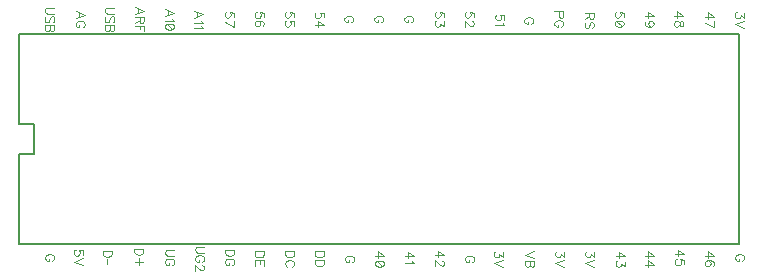
<source format=gto>
G04 DipTrace 3.0.0.2*
G04 Teensy-TC36-Breakout-chip.gto*
%MOIN*%
G04 #@! TF.FileFunction,Legend,Top*
G04 #@! TF.Part,Single*
%ADD15C,0.008*%
%ADD33C,0.004632*%
%FSLAX26Y26*%
G04*
G70*
G90*
G75*
G01*
G04 TopSilk*
%LPD*%
X453621Y798721D2*
D15*
Y898681D1*
X403701D1*
Y1198701D1*
X2803701D1*
Y498701D1*
X403701D1*
Y798721D1*
X453621D1*
X889313Y1259353D2*
D33*
X919458Y1270860D1*
X889314Y1282334D1*
X899362Y1278023D2*
X899361Y1263664D1*
X913687Y1250089D2*
X915146Y1247204D1*
X919424Y1242893D1*
X889314D1*
X919424Y1225008D2*
X917998Y1229319D1*
X913687Y1232204D1*
X906524Y1233630D1*
X902213D1*
X895050Y1232204D1*
X890739Y1229319D1*
X889314Y1225008D1*
Y1222156D1*
X890739Y1217845D1*
X895050Y1214993D1*
X902213Y1213534D1*
X906524D1*
X913687Y1214993D1*
X917998Y1217845D1*
X919424Y1222156D1*
Y1225008D1*
X913687Y1214993D2*
X895050Y1232204D1*
X985764Y1252903D2*
X1015908Y1264410D1*
X985764Y1275884D1*
X995812Y1271573D2*
Y1257214D1*
X1010137Y1243639D2*
X1011597Y1240754D1*
X1015874Y1236443D1*
X985764D1*
X1010137Y1227179D2*
X1011597Y1224294D1*
X1015874Y1219983D1*
X985764D1*
X1417847Y1254699D2*
Y1269025D1*
X1404947Y1270451D1*
X1406373Y1269025D1*
X1407832Y1264714D1*
Y1260436D1*
X1406373Y1256125D1*
X1403521Y1253240D1*
X1399210Y1251814D1*
X1396358D1*
X1392047Y1253240D1*
X1389162Y1256125D1*
X1387736Y1260436D1*
Y1264714D1*
X1389162Y1269025D1*
X1390621Y1270451D1*
X1393473Y1271910D1*
X1387736Y1228191D2*
X1417847D1*
X1397784Y1242550D1*
Y1221029D1*
X1218826Y1255721D2*
Y1270047D1*
X1205926Y1271473D1*
X1207352Y1270047D1*
X1208811Y1265736D1*
Y1261458D1*
X1207352Y1257147D1*
X1204500Y1254262D1*
X1200189Y1252836D1*
X1197337D1*
X1193026Y1254262D1*
X1190141Y1257147D1*
X1188715Y1261458D1*
Y1265736D1*
X1190141Y1270047D1*
X1191600Y1271473D1*
X1194452Y1272932D1*
X1214548Y1226362D2*
X1217400Y1227788D1*
X1218826Y1232099D1*
Y1234951D1*
X1217400Y1239262D1*
X1213089Y1242147D1*
X1205926Y1243573D1*
X1198763D1*
X1193026Y1242147D1*
X1190141Y1239262D1*
X1188715Y1234951D1*
Y1233525D1*
X1190141Y1229247D1*
X1193026Y1226362D1*
X1197337Y1224936D1*
X1198763D1*
X1203074Y1226362D1*
X1205926Y1229247D1*
X1207352Y1233525D1*
Y1234951D1*
X1205926Y1239262D1*
X1203074Y1242147D1*
X1198763Y1243573D1*
X788576Y1265090D2*
X818720Y1276597D1*
X788576Y1288071D1*
X798624Y1283760D2*
Y1269401D1*
X804361Y1255827D2*
Y1242927D1*
X805820Y1238616D1*
X807246Y1237157D1*
X810098Y1235731D1*
X812983D1*
X815835Y1237157D1*
X817294Y1238616D1*
X818720Y1242927D1*
Y1255827D1*
X788576D1*
X804361Y1245779D2*
X788576Y1235731D1*
X818720Y1207797D2*
Y1226467D1*
X788576D1*
X804361D2*
Y1214993D1*
X591829Y1251837D2*
X621973Y1263344D1*
X591829Y1274818D1*
X601877Y1270507D2*
Y1256148D1*
X614810Y1221052D2*
X617662Y1222478D1*
X620547Y1225363D1*
X621973Y1228214D1*
Y1233951D1*
X620547Y1236837D1*
X617662Y1239688D1*
X614810Y1241148D1*
X610499Y1242574D1*
X603303D1*
X599025Y1241148D1*
X596140Y1239688D1*
X593288Y1236837D1*
X591829Y1233952D1*
Y1228215D1*
X593288Y1225363D1*
X596140Y1222478D1*
X599025Y1221052D1*
X603303D1*
Y1228215D1*
X1118096Y1256451D2*
Y1270777D1*
X1105196Y1272203D1*
X1106622Y1270777D1*
X1108081Y1266466D1*
Y1262188D1*
X1106622Y1257877D1*
X1103770Y1254992D1*
X1099459Y1253566D1*
X1096607D1*
X1092296Y1254992D1*
X1089411Y1257877D1*
X1087985Y1262188D1*
Y1266466D1*
X1089411Y1270777D1*
X1090871Y1272203D1*
X1093722Y1273662D1*
X1087985Y1238565D2*
X1118096Y1224206D1*
Y1244302D1*
X1318096Y1256451D2*
Y1270777D1*
X1305196Y1272203D1*
X1306622Y1270777D1*
X1308081Y1266466D1*
Y1262188D1*
X1306622Y1257877D1*
X1303770Y1254992D1*
X1299459Y1253566D1*
X1296607D1*
X1292296Y1254992D1*
X1289411Y1257877D1*
X1287985Y1262188D1*
Y1266466D1*
X1289411Y1270777D1*
X1290871Y1272203D1*
X1293722Y1273662D1*
X1318096Y1227091D2*
Y1241417D1*
X1305196Y1242843D1*
X1306622Y1241417D1*
X1308081Y1237106D1*
Y1232828D1*
X1306622Y1228517D1*
X1303770Y1225632D1*
X1299459Y1224206D1*
X1296607D1*
X1292296Y1225632D1*
X1289411Y1228517D1*
X1287985Y1232829D1*
Y1237106D1*
X1289411Y1241417D1*
X1290870Y1242843D1*
X1293722Y1244302D1*
X1319477Y474947D2*
X1289333D1*
Y464899D1*
X1290792Y460588D1*
X1293644Y457703D1*
X1296529Y456277D1*
X1300807Y454851D1*
X1308003D1*
X1312314Y456277D1*
X1315166Y457703D1*
X1318051Y460588D1*
X1319477Y464899D1*
Y474947D1*
X1312314Y424065D2*
X1315166Y425491D1*
X1318051Y428376D1*
X1319477Y431228D1*
Y436965D1*
X1318051Y439850D1*
X1315166Y442702D1*
X1312314Y444161D1*
X1308003Y445587D1*
X1300807D1*
X1296529Y444161D1*
X1293644Y442702D1*
X1290792Y439850D1*
X1289333Y436965D1*
Y431228D1*
X1290792Y428376D1*
X1293644Y425491D1*
X1296529Y424065D1*
X1419265Y475234D2*
X1389121D1*
Y465186D1*
X1390580Y460875D1*
X1393432Y457990D1*
X1396317Y456564D1*
X1400595Y455138D1*
X1407791D1*
X1412102Y456564D1*
X1414954Y457990D1*
X1417839Y460875D1*
X1419265Y465186D1*
Y475234D1*
Y445875D2*
X1389121D1*
Y435827D1*
X1390580Y431516D1*
X1393432Y428631D1*
X1396317Y427205D1*
X1400595Y425779D1*
X1407791D1*
X1412102Y427205D1*
X1414954Y428630D1*
X1417839Y431516D1*
X1419265Y435827D1*
Y445875D1*
X2390833Y459588D2*
X2420944D1*
X2400881Y473947D1*
Y452425D1*
X2420944Y440276D2*
Y424524D1*
X2409470Y433113D1*
Y428802D1*
X2408044Y425950D1*
X2406618Y424524D1*
X2402307Y423065D1*
X2399455D1*
X2395144Y424524D1*
X2392259Y427376D1*
X2390833Y431687D1*
Y435998D1*
X2392259Y440276D1*
X2393718Y441702D1*
X2396570Y443161D1*
X2490046Y460802D2*
X2520157D1*
X2500094Y475161D1*
Y453639D1*
X2490046Y430016D2*
X2520157D1*
X2500094Y444375D1*
Y422853D1*
X2589333Y465588D2*
X2619444D1*
X2599381Y479947D1*
Y458425D1*
X2619444Y431950D2*
Y446276D1*
X2606544Y447702D1*
X2607970Y446276D1*
X2609429Y441965D1*
Y437687D1*
X2607970Y433376D1*
X2605118Y430491D1*
X2600807Y429065D1*
X2597955D1*
X2593644Y430491D1*
X2590759Y433376D1*
X2589333Y437687D1*
Y441965D1*
X2590759Y446276D1*
X2592218Y447702D1*
X2595070Y449161D1*
X2689104Y460858D2*
X2719214D1*
X2699152Y475217D1*
Y453695D1*
X2714936Y427221D2*
X2717788Y428647D1*
X2719214Y432958D1*
Y435810D1*
X2717788Y440121D1*
X2713477Y443006D1*
X2706314Y444432D1*
X2699152D1*
X2693415Y443006D1*
X2690529Y440121D1*
X2689104Y435810D1*
Y434384D1*
X2690529Y430106D1*
X2693415Y427221D1*
X2697726Y425795D1*
X2699152D1*
X2703463Y427221D1*
X2706314Y430106D1*
X2707740Y434384D1*
Y435810D1*
X2706314Y440121D1*
X2703463Y443006D1*
X2699152Y444432D1*
X1589333Y460088D2*
X1619444D1*
X1599381Y474447D1*
Y452925D1*
X1619444Y435039D2*
X1618018Y439350D1*
X1613707Y442235D1*
X1606544Y443661D1*
X1602233D1*
X1595070Y442235D1*
X1590759Y439350D1*
X1589333Y435039D1*
Y432187D1*
X1590759Y427876D1*
X1595070Y425024D1*
X1602233Y423565D1*
X1606544D1*
X1613707Y425024D1*
X1618018Y427876D1*
X1619444Y432187D1*
Y435039D1*
X1613707Y425024D2*
X1595070Y442235D1*
X1687883Y459138D2*
X1717994D1*
X1697931Y473497D1*
Y451975D1*
X1712257Y442711D2*
X1713716Y439826D1*
X1717994Y435515D1*
X1687883D1*
X1789833Y461588D2*
X1819944D1*
X1799881Y475947D1*
Y454425D1*
X1812781Y443702D2*
X1814207D1*
X1817092Y442276D1*
X1818518Y440850D1*
X1819944Y437965D1*
Y432228D1*
X1818518Y429376D1*
X1817092Y427950D1*
X1814207Y426491D1*
X1811355D1*
X1808470Y427950D1*
X1804192Y430802D1*
X1789833Y445161D1*
Y425065D1*
X2687736Y1257551D2*
X2717847D1*
X2697784Y1271910D1*
Y1250388D1*
X2687736Y1235388D2*
X2717847Y1221028D1*
Y1241124D1*
X2487985Y1259303D2*
X2518096D1*
X2498033Y1273662D1*
Y1252140D1*
X2508081Y1224206D2*
X2503770Y1225666D1*
X2500885Y1228517D1*
X2499459Y1232828D1*
Y1234254D1*
X2500885Y1238565D1*
X2503770Y1241417D1*
X2508081Y1242876D1*
X2509507D1*
X2513818Y1241417D1*
X2516670Y1238565D1*
X2518096Y1234254D1*
Y1232828D1*
X2516670Y1228517D1*
X2513818Y1225666D1*
X2508081Y1224206D1*
X2500885D1*
X2493722Y1225666D1*
X2489411Y1228517D1*
X2487985Y1232829D1*
Y1235680D1*
X2489411Y1239991D1*
X2492296Y1241417D1*
X2418096Y1256451D2*
Y1270777D1*
X2405196Y1272203D1*
X2406622Y1270777D1*
X2408081Y1266466D1*
Y1262188D1*
X2406622Y1257877D1*
X2403770Y1254992D1*
X2399459Y1253566D1*
X2396607D1*
X2392296Y1254992D1*
X2389411Y1257877D1*
X2387985Y1262188D1*
Y1266466D1*
X2389411Y1270777D1*
X2390871Y1272203D1*
X2393722Y1273662D1*
X2418096Y1235680D2*
X2416670Y1239991D1*
X2412359Y1242876D1*
X2405196Y1244302D1*
X2400885D1*
X2393722Y1242876D1*
X2389411Y1239991D1*
X2387985Y1235680D1*
Y1232829D1*
X2389411Y1228517D1*
X2393722Y1225666D1*
X2400885Y1224206D1*
X2405196D1*
X2412359Y1225666D1*
X2416670Y1228517D1*
X2418096Y1232828D1*
Y1235680D1*
X2412359Y1225666D2*
X2393722Y1242876D1*
X2587289Y1260000D2*
X2617399D1*
X2597337Y1274359D1*
Y1252837D1*
X2617399Y1236410D2*
X2615973Y1240688D1*
X2613122Y1242147D1*
X2610236D1*
X2607385Y1240688D1*
X2605925Y1237836D1*
X2604499Y1232099D1*
X2603074Y1227788D1*
X2600188Y1224936D1*
X2597337Y1223511D1*
X2593026D1*
X2590174Y1224936D1*
X2588715Y1226362D1*
X2587289Y1230673D1*
Y1236410D1*
X2588715Y1240688D1*
X2590174Y1242147D1*
X2593026Y1243573D1*
X2597337D1*
X2600188Y1242147D1*
X2603074Y1239262D1*
X2604499Y1234984D1*
X2605925Y1229247D1*
X2607385Y1226362D1*
X2610236Y1224936D1*
X2613122D1*
X2615973Y1226362D1*
X2617399Y1230673D1*
Y1236410D1*
X2020010Y1247536D2*
Y1261862D1*
X2007110Y1263288D1*
X2008536Y1261862D1*
X2009995Y1257551D1*
Y1253273D1*
X2008536Y1248962D1*
X2005684Y1246077D1*
X2001373Y1244651D1*
X1998521D1*
X1994210Y1246077D1*
X1991325Y1248962D1*
X1989899Y1253273D1*
Y1257551D1*
X1991325Y1261862D1*
X1992784Y1263288D1*
X1995636Y1264747D1*
X2014273Y1235388D2*
X2015732Y1232503D1*
X2020010Y1228192D1*
X1989899D1*
X1818096Y1256451D2*
Y1270777D1*
X1805196Y1272203D1*
X1806622Y1270777D1*
X1808081Y1266466D1*
Y1262188D1*
X1806622Y1257877D1*
X1803770Y1254992D1*
X1799459Y1253566D1*
X1796607D1*
X1792296Y1254992D1*
X1789411Y1257877D1*
X1787985Y1262188D1*
Y1266466D1*
X1789411Y1270777D1*
X1790871Y1272203D1*
X1793722Y1273662D1*
X1818096Y1241417D2*
Y1225666D1*
X1806622Y1234254D1*
Y1229943D1*
X1805196Y1227091D1*
X1803770Y1225666D1*
X1799459Y1224206D1*
X1796607D1*
X1792296Y1225666D1*
X1789411Y1228517D1*
X1787985Y1232829D1*
Y1237140D1*
X1789411Y1241417D1*
X1790870Y1242843D1*
X1793722Y1244302D1*
X1918096Y1256451D2*
Y1270777D1*
X1905196Y1272203D1*
X1906622Y1270777D1*
X1908081Y1266466D1*
Y1262188D1*
X1906622Y1257877D1*
X1903770Y1254992D1*
X1899459Y1253566D1*
X1896607D1*
X1892296Y1254992D1*
X1889411Y1257877D1*
X1887985Y1262188D1*
Y1266466D1*
X1889411Y1270777D1*
X1890871Y1272203D1*
X1893722Y1273662D1*
X1910933Y1242843D2*
X1912359D1*
X1915244Y1241417D1*
X1916670Y1239991D1*
X1918096Y1237106D1*
Y1231369D1*
X1916670Y1228517D1*
X1915244Y1227091D1*
X1912359Y1225632D1*
X1909507D1*
X1906622Y1227091D1*
X1902344Y1229943D1*
X1887985Y1244302D1*
Y1224206D1*
X1119477Y479947D2*
X1089333D1*
Y469899D1*
X1090792Y465588D1*
X1093644Y462703D1*
X1096529Y461277D1*
X1100807Y459851D1*
X1108003D1*
X1112314Y461277D1*
X1115166Y462703D1*
X1118051Y465588D1*
X1119477Y469899D1*
Y479947D1*
X1112314Y429065D2*
X1115166Y430491D1*
X1118051Y433376D1*
X1119477Y436228D1*
Y441965D1*
X1118051Y444850D1*
X1115166Y447702D1*
X1112314Y449161D1*
X1108003Y450587D1*
X1100807D1*
X1096529Y449161D1*
X1093644Y447702D1*
X1090792Y444850D1*
X1089333Y441965D1*
Y436228D1*
X1090792Y433376D1*
X1093644Y430491D1*
X1096529Y429065D1*
X1100807D1*
Y436228D1*
X1218535Y474504D2*
X1188391D1*
Y464456D1*
X1189850Y460145D1*
X1192702Y457260D1*
X1195587Y455834D1*
X1199865Y454408D1*
X1207061D1*
X1211372Y455834D1*
X1214224Y457260D1*
X1217109Y460145D1*
X1218535Y464456D1*
Y474504D1*
Y426508D2*
Y445145D1*
X1188391D1*
Y426508D1*
X1204176Y445145D2*
Y433671D1*
X919477Y479947D2*
X897955D1*
X893644Y478521D1*
X890792Y475636D1*
X889333Y471325D1*
Y468473D1*
X890792Y464162D1*
X893644Y461277D1*
X897955Y459851D1*
X919477D1*
X912314Y429065D2*
X915166Y430491D1*
X918051Y433376D1*
X919477Y436228D1*
Y441965D1*
X918051Y444850D1*
X915166Y447702D1*
X912314Y449161D1*
X908003Y450587D1*
X900807D1*
X896529Y449161D1*
X893644Y447702D1*
X890792Y444850D1*
X889333Y441965D1*
Y436228D1*
X890792Y433376D1*
X893644Y430491D1*
X896529Y429065D1*
X900807D1*
Y436228D1*
X1019657Y490626D2*
X998135D1*
X993824Y489200D1*
X990972Y486315D1*
X989513Y482004D1*
Y479153D1*
X990972Y474842D1*
X993824Y471956D1*
X998135Y470531D1*
X1019657Y470530D1*
X1012494Y439745D2*
X1015346Y441171D1*
X1018231Y444056D1*
X1019657Y446908D1*
Y452645D1*
X1018231Y455530D1*
X1015346Y458382D1*
X1012494Y459841D1*
X1008183Y461267D1*
X1000987D1*
X996709Y459841D1*
X993824Y458382D1*
X990972Y455530D1*
X989513Y452645D1*
Y446908D1*
X990972Y444056D1*
X993824Y441171D1*
X996709Y439745D1*
X1000987D1*
Y446908D1*
X1012461Y429022D2*
X1013887D1*
X1016772Y427596D1*
X1018198Y426170D1*
X1019624Y423285D1*
Y417548D1*
X1018198Y414697D1*
X1016772Y413271D1*
X1013887Y411811D1*
X1011035D1*
X1008150Y413271D1*
X1003872Y416122D1*
X989513Y430482D1*
Y410386D1*
X712006Y477477D2*
X681862D1*
Y467429D1*
X683321Y463118D1*
X686173Y460233D1*
X689058Y458807D1*
X693336Y457381D1*
X700532D1*
X704843Y458807D1*
X707695Y460233D1*
X710580Y463118D1*
X712006Y467429D1*
Y477477D1*
X696917Y448117D2*
Y431537D1*
X817132Y483103D2*
X786988D1*
Y473055D1*
X788447Y468744D1*
X791299Y465859D1*
X794184Y464433D1*
X798462Y463007D1*
X805658D1*
X809969Y464433D1*
X812821Y465859D1*
X815706Y468744D1*
X817132Y473055D1*
Y483103D1*
X814960Y440843D2*
X789127D1*
X802027Y453743D2*
Y427910D1*
X615157Y463450D2*
Y477776D1*
X602257Y479201D1*
X603683Y477776D1*
X605142Y473464D1*
Y469187D1*
X603683Y464876D1*
X600831Y461991D1*
X596520Y460565D1*
X593668D1*
X589357Y461991D1*
X586472Y464876D1*
X585046Y469187D1*
Y473465D1*
X586472Y477776D1*
X587931Y479201D1*
X590783Y480661D1*
X615190Y451301D2*
X585046Y439827D1*
X615190Y428353D1*
X512634Y443745D2*
X515486Y445171D1*
X518371Y448056D1*
X519797Y450908D1*
Y456645D1*
X518371Y459530D1*
X515486Y462382D1*
X512635Y463841D1*
X508323Y465267D1*
X501127D1*
X496850Y463841D1*
X493964Y462382D1*
X491113Y459530D1*
X489653Y456645D1*
Y450908D1*
X491112Y448056D1*
X493964Y445171D1*
X496849Y443745D1*
X501127D1*
Y450908D1*
X1912634Y438745D2*
X1915486Y440171D1*
X1918371Y443056D1*
X1919797Y445908D1*
Y451645D1*
X1918371Y454530D1*
X1915486Y457382D1*
X1912635Y458841D1*
X1908323Y460267D1*
X1901127D1*
X1896850Y458841D1*
X1893964Y457382D1*
X1891113Y454530D1*
X1889653Y451645D1*
Y445908D1*
X1891112Y443056D1*
X1893964Y440171D1*
X1896849Y438745D1*
X1901127D1*
Y445908D1*
X2120190Y475661D2*
X2090046Y464187D1*
X2120190Y452713D1*
Y443449D2*
X2090046D1*
Y430516D1*
X2091505Y426205D1*
X2092931Y424779D1*
X2095783Y423353D1*
X2100094D1*
X2102979Y424779D1*
X2104405Y426205D1*
X2105831Y430516D1*
X2107290Y426205D1*
X2108716Y424779D1*
X2111568Y423353D1*
X2114453D1*
X2117305Y424779D1*
X2118764Y426205D1*
X2120190Y430516D1*
Y443449D1*
X2105831D2*
Y430516D1*
X2320157Y472776D2*
Y457024D1*
X2308683Y465613D1*
Y461302D1*
X2307257Y458450D1*
X2305831Y457024D1*
X2301520Y455565D1*
X2298668D1*
X2294357Y457024D1*
X2291472Y459876D1*
X2290046Y464187D1*
Y468498D1*
X2291472Y472776D1*
X2292931Y474201D1*
X2295783Y475661D1*
X2320190Y446301D2*
X2290046Y434827D1*
X2320190Y423353D1*
X2812634Y443745D2*
X2815486Y445171D1*
X2818371Y448056D1*
X2819797Y450908D1*
Y456645D1*
X2818371Y459530D1*
X2815486Y462382D1*
X2812635Y463841D1*
X2808323Y465267D1*
X2801127D1*
X2796850Y463841D1*
X2793964Y462382D1*
X2791113Y459530D1*
X2789653Y456645D1*
Y450908D1*
X2791112Y448056D1*
X2793964Y445171D1*
X2796849Y443745D1*
X2801127D1*
Y450908D1*
X2819136Y1269739D2*
Y1253987D1*
X2807662Y1262576D1*
Y1258265D1*
X2806236Y1255413D1*
X2804810Y1253987D1*
X2800499Y1252528D1*
X2797647D1*
X2793336Y1253987D1*
X2790451Y1256839D1*
X2789025Y1261150D1*
Y1265461D1*
X2790451Y1269739D1*
X2791910Y1271165D1*
X2794762Y1272624D1*
X2819169Y1243264D2*
X2789025Y1231790D1*
X2819169Y1220316D1*
X2303770Y1268662D2*
Y1255762D1*
X2305229Y1251451D1*
X2306655Y1249992D1*
X2309507Y1248566D1*
X2312392D1*
X2315244Y1249992D1*
X2316703Y1251451D1*
X2318129Y1255762D1*
Y1268662D1*
X2287985D1*
X2303770Y1258614D2*
X2287985Y1248566D1*
X2313818Y1219206D2*
X2316703Y1222058D1*
X2318129Y1226369D1*
Y1232106D1*
X2316703Y1236417D1*
X2313818Y1239302D1*
X2310966D1*
X2308081Y1237843D1*
X2306655Y1236417D1*
X2305229Y1233565D1*
X2302344Y1224943D1*
X2300918Y1222058D1*
X2299459Y1220632D1*
X2296607Y1219206D1*
X2292296D1*
X2289445Y1222058D1*
X2287985Y1226369D1*
Y1232106D1*
X2289445Y1236417D1*
X2292296Y1239302D1*
X2201632Y1274374D2*
Y1261441D1*
X2203058Y1257164D1*
X2204517Y1255704D1*
X2207369Y1254279D1*
X2211680D1*
X2214532Y1255704D1*
X2215991Y1257164D1*
X2217417Y1261441D1*
Y1274374D1*
X2187273D1*
X2210254Y1223493D2*
X2213106Y1224919D1*
X2215991Y1227804D1*
X2217417Y1230656D1*
Y1236393D1*
X2215991Y1239278D1*
X2213106Y1242130D1*
X2210254Y1243589D1*
X2205943Y1245015D1*
X2198747D1*
X2194469Y1243589D1*
X2191584Y1242130D1*
X2188732Y1239278D1*
X2187273Y1236393D1*
Y1230656D1*
X2188732Y1227804D1*
X2191584Y1224919D1*
X2194469Y1223493D1*
X2198747D1*
Y1230656D1*
X2109934Y1233173D2*
X2112786Y1234599D1*
X2115671Y1237484D1*
X2117097Y1240336D1*
Y1246073D1*
X2115671Y1248958D1*
X2112786Y1251810D1*
X2109934Y1253269D1*
X2105623Y1254695D1*
X2098427D1*
X2094149Y1253269D1*
X2091264Y1251810D1*
X2088412Y1248958D1*
X2086953Y1246073D1*
Y1240336D1*
X2088412Y1237484D1*
X2091264Y1234599D1*
X2094149Y1233173D1*
X2098427D1*
Y1240336D1*
X719450Y1287342D2*
X697928D1*
X693617Y1285916D1*
X690765Y1283031D1*
X689306Y1278720D1*
Y1275868D1*
X690765Y1271557D1*
X693617Y1268672D1*
X697928Y1267246D1*
X719450D1*
X715139Y1237886D2*
X718024Y1240738D1*
X719450Y1245049D1*
Y1250786D1*
X718024Y1255097D1*
X715139Y1257982D1*
X712287D1*
X709402Y1256523D1*
X707976Y1255097D1*
X706550Y1252245D1*
X703665Y1243623D1*
X702239Y1240738D1*
X700780Y1239312D1*
X697928Y1237886D1*
X693617D1*
X690765Y1240738D1*
X689306Y1245049D1*
Y1250786D1*
X690765Y1255097D1*
X693617Y1257982D1*
X719450Y1228623D2*
X689306D1*
Y1215690D1*
X690765Y1211379D1*
X692191Y1209953D1*
X695043Y1208527D1*
X699354D1*
X702239Y1209953D1*
X703665Y1211379D1*
X705091Y1215690D1*
X706550Y1211379D1*
X707976Y1209953D1*
X710828Y1208527D1*
X713713D1*
X716565Y1209953D1*
X718024Y1211379D1*
X719450Y1215690D1*
Y1228623D1*
X705091D2*
Y1215690D1*
X519450Y1287342D2*
X497928D1*
X493617Y1285916D1*
X490765Y1283031D1*
X489306Y1278720D1*
Y1275868D1*
X490765Y1271557D1*
X493617Y1268672D1*
X497928Y1267246D1*
X519450D1*
X515139Y1237886D2*
X518024Y1240738D1*
X519450Y1245049D1*
Y1250786D1*
X518024Y1255097D1*
X515139Y1257982D1*
X512287D1*
X509402Y1256523D1*
X507976Y1255097D1*
X506550Y1252245D1*
X503665Y1243623D1*
X502239Y1240738D1*
X500780Y1239312D1*
X497928Y1237886D1*
X493617D1*
X490765Y1240738D1*
X489306Y1245049D1*
Y1250786D1*
X490765Y1255097D1*
X493617Y1257982D1*
X519450Y1228623D2*
X489306D1*
Y1215690D1*
X490765Y1211379D1*
X492191Y1209953D1*
X495043Y1208527D1*
X499354D1*
X502239Y1209953D1*
X503665Y1211379D1*
X505091Y1215690D1*
X506550Y1211379D1*
X507976Y1209953D1*
X510828Y1208527D1*
X513713D1*
X516565Y1209953D1*
X518024Y1211379D1*
X519450Y1215690D1*
Y1228623D1*
X505091D2*
Y1215690D1*
X2015157Y472776D2*
Y457024D1*
X2003683Y465613D1*
Y461302D1*
X2002257Y458450D1*
X2000831Y457024D1*
X1996520Y455565D1*
X1993668D1*
X1989357Y457024D1*
X1986472Y459876D1*
X1985046Y464187D1*
Y468498D1*
X1986472Y472776D1*
X1987931Y474201D1*
X1990783Y475661D1*
X2015190Y446301D2*
X1985046Y434827D1*
X2015190Y423353D1*
X1509934Y1238173D2*
X1512786Y1239599D1*
X1515671Y1242484D1*
X1517097Y1245336D1*
Y1251073D1*
X1515671Y1253958D1*
X1512786Y1256810D1*
X1509934Y1258269D1*
X1505623Y1259695D1*
X1498427D1*
X1494149Y1258269D1*
X1491264Y1256810D1*
X1488412Y1253958D1*
X1486953Y1251073D1*
Y1245336D1*
X1488412Y1242484D1*
X1491264Y1239599D1*
X1494149Y1238173D1*
X1498427D1*
Y1245336D1*
X1609934Y1238173D2*
X1612786Y1239599D1*
X1615671Y1242484D1*
X1617097Y1245336D1*
Y1251073D1*
X1615671Y1253958D1*
X1612786Y1256810D1*
X1609934Y1258269D1*
X1605623Y1259695D1*
X1598427D1*
X1594149Y1258269D1*
X1591264Y1256810D1*
X1588412Y1253958D1*
X1586953Y1251073D1*
Y1245336D1*
X1588412Y1242484D1*
X1591264Y1239599D1*
X1594149Y1238173D1*
X1598427D1*
Y1245336D1*
X1709934Y1238173D2*
X1712786Y1239599D1*
X1715671Y1242484D1*
X1717097Y1245336D1*
Y1251073D1*
X1715671Y1253958D1*
X1712786Y1256810D1*
X1709934Y1258269D1*
X1705623Y1259695D1*
X1698427D1*
X1694149Y1258269D1*
X1691264Y1256810D1*
X1688412Y1253958D1*
X1686953Y1251073D1*
Y1245336D1*
X1688412Y1242484D1*
X1691264Y1239599D1*
X1694149Y1238173D1*
X1698427D1*
Y1245336D1*
X1512634Y438745D2*
X1515486Y440171D1*
X1518371Y443056D1*
X1519797Y445908D1*
Y451645D1*
X1518371Y454530D1*
X1515486Y457382D1*
X1512635Y458841D1*
X1508323Y460267D1*
X1501127D1*
X1496850Y458841D1*
X1493964Y457382D1*
X1491113Y454530D1*
X1489653Y451645D1*
Y445908D1*
X1491112Y443056D1*
X1493964Y440171D1*
X1496849Y438745D1*
X1501127D1*
Y445908D1*
X2220157Y472776D2*
Y457024D1*
X2208683Y465613D1*
Y461302D1*
X2207257Y458450D1*
X2205831Y457024D1*
X2201520Y455565D1*
X2198668D1*
X2194357Y457024D1*
X2191472Y459876D1*
X2190046Y464187D1*
Y468498D1*
X2191472Y472776D1*
X2192931Y474201D1*
X2195783Y475661D1*
X2220190Y446301D2*
X2190046Y434827D1*
X2220190Y423353D1*
M02*

</source>
